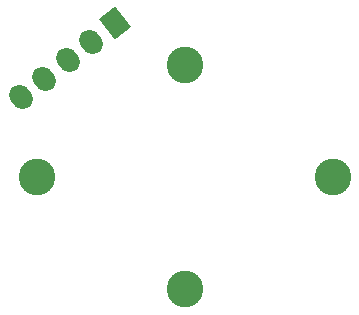
<source format=gbs>
G04 #@! TF.GenerationSoftware,KiCad,Pcbnew,6.0.0-rc2*
G04 #@! TF.CreationDate,2022-07-08T10:42:52-07:00*
G04 #@! TF.ProjectId,rp2040_encoder,72703230-3430-45f6-956e-636f6465722e,rev?*
G04 #@! TF.SameCoordinates,Original*
G04 #@! TF.FileFunction,Soldermask,Bot*
G04 #@! TF.FilePolarity,Negative*
%FSLAX46Y46*%
G04 Gerber Fmt 4.6, Leading zero omitted, Abs format (unit mm)*
G04 Created by KiCad (PCBNEW 6.0.0-rc2) date 2022-07-08 10:42:52*
%MOMM*%
%LPD*%
G01*
G04 APERTURE LIST*
G04 Aperture macros list*
%AMHorizOval*
0 Thick line with rounded ends*
0 $1 width*
0 $2 $3 position (X,Y) of the first rounded end (center of the circle)*
0 $4 $5 position (X,Y) of the second rounded end (center of the circle)*
0 Add line between two ends*
20,1,$1,$2,$3,$4,$5,0*
0 Add two circle primitives to create the rounded ends*
1,1,$1,$2,$3*
1,1,$1,$4,$5*%
%AMRotRect*
0 Rectangle, with rotation*
0 The origin of the aperture is its center*
0 $1 length*
0 $2 width*
0 $3 Rotation angle, in degrees counterclockwise*
0 Add horizontal line*
21,1,$1,$2,0,0,$3*%
G04 Aperture macros list end*
%ADD10HorizOval,1.740000X-0.141602X0.181242X0.141602X-0.181242X0*%
%ADD11RotRect,1.740000X2.200000X218.000000*%
%ADD12C,3.100000*%
G04 APERTURE END LIST*
D10*
X136073811Y-93255121D03*
X138075358Y-91691340D03*
X140076905Y-90127560D03*
X142078453Y-88563780D03*
D11*
X144080000Y-87000000D03*
D12*
X162500000Y-100000000D03*
X137500000Y-100000000D03*
X150000000Y-109500000D03*
X150000000Y-90500000D03*
M02*

</source>
